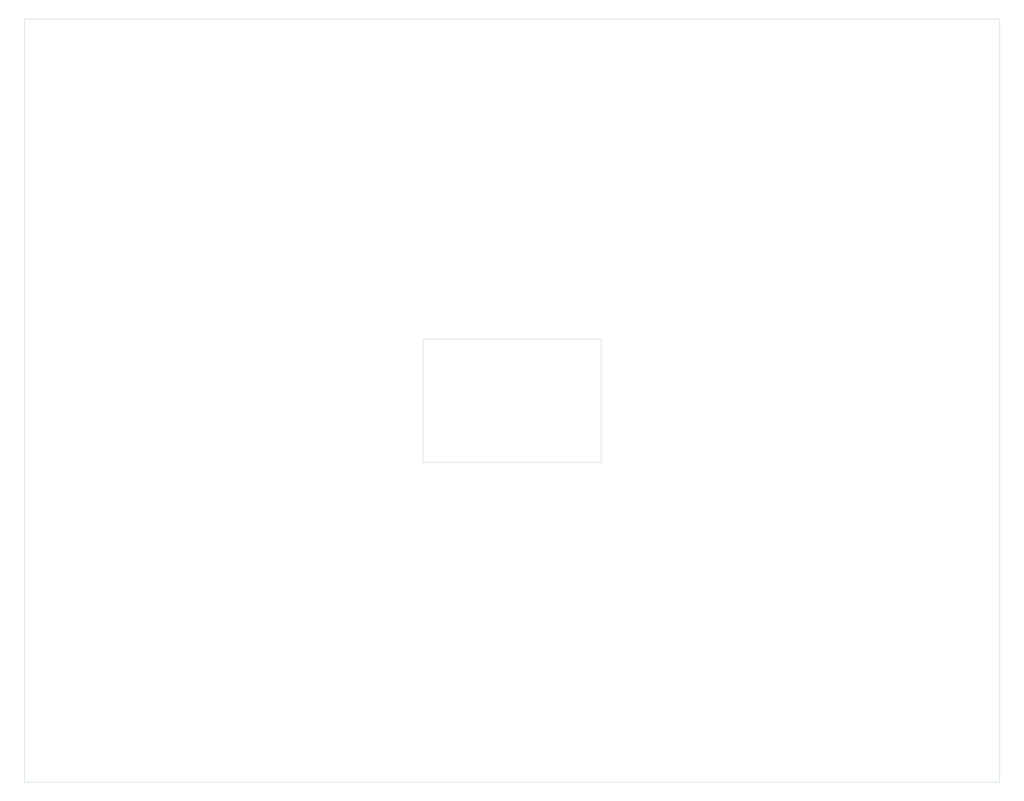
<source format=gko>
%FSLAX46Y46*%
%MOMM*%
%ADD10C,0.010000*%
G01*
G01*
%LPD*%
D10*
X-45500000Y-31500000D02*
X-45500000Y31500000D01*
D10*
X-45500000Y31500000D02*
X45500000Y31500000D01*
D10*
X45500000Y31500000D02*
X45500000Y-31500000D01*
D10*
X45500000Y-31500000D02*
X-45500000Y-31500000D01*
D10*
X-249200000Y-195000000D02*
X-249200000Y195000000D01*
D10*
X-249200000Y195000000D02*
X249200000Y195000000D01*
D10*
X249200000Y195000000D02*
X249200000Y-195000000D01*
D10*
X249200000Y-195000000D02*
X-249200000Y-195000000D01*
G75*
M02*

</source>
